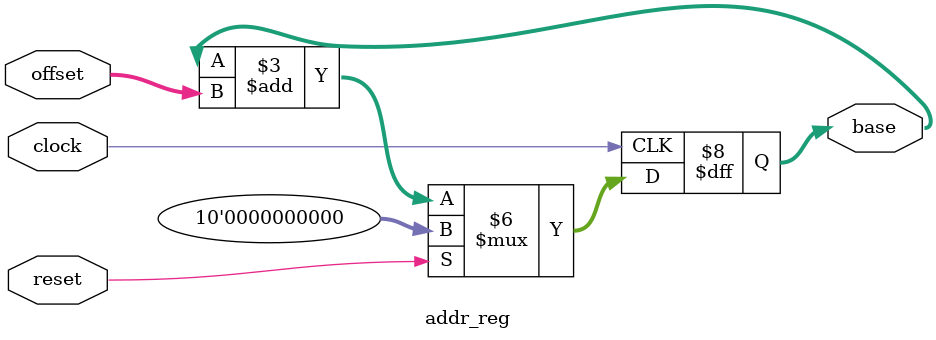
<source format=v>
`timescale 1ns / 100ps

module addr_reg (
	clock,
	offset,
	base, 
	reset
);

	parameter BIT_SZ = 10;
	input clock;
	input [BIT_SZ-1:0] offset;
	input reset;
	output [BIT_SZ-1:0] base;
	
	reg [BIT_SZ-1:0] base;
	
	initial base = 0;
	
	always @ (posedge clock)
		if (reset == 1'b1)
			base <=0;
		
		else 
			base <= base + offset;
		

endmodule 
</source>
